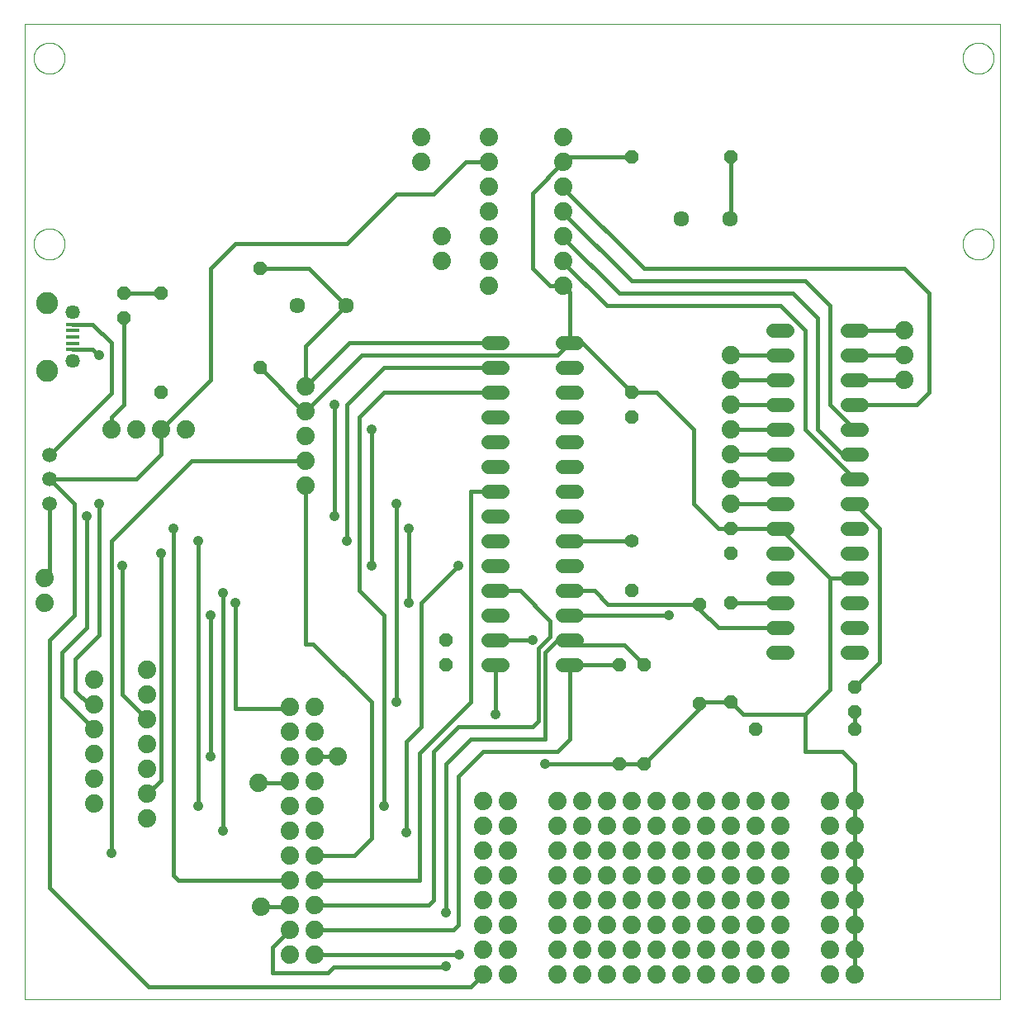
<source format=gtl>
G04 EAGLE Gerber RS-274X export*
G75*
%MOMM*%
%FSLAX34Y34*%
%LPD*%
%INTop Copper*%
%IPPOS*%
%AMOC8*
5,1,8,0,0,1.08239X$1,22.5*%
G01*
%ADD10C,0.000000*%
%ADD11C,1.879600*%
%ADD12P,1.539592X8X292.500000*%
%ADD13C,1.422400*%
%ADD14P,1.539592X8X112.500000*%
%ADD15P,1.539592X8X22.500000*%
%ADD16P,1.539592X8X202.500000*%
%ADD17R,1.350000X0.400000*%
%ADD18C,1.459600*%
%ADD19C,2.250000*%
%ADD20C,1.609600*%
%ADD21C,1.509600*%
%ADD22C,1.422400*%
%ADD23C,0.406400*%
%ADD24C,1.058000*%


D10*
X0Y0D02*
X1000000Y0D01*
X1000000Y1000000D01*
X0Y1000000D01*
X0Y0D01*
X9525Y965200D02*
X9530Y965590D01*
X9544Y965979D01*
X9568Y966368D01*
X9601Y966756D01*
X9644Y967143D01*
X9697Y967529D01*
X9759Y967914D01*
X9830Y968297D01*
X9911Y968678D01*
X10001Y969057D01*
X10100Y969434D01*
X10209Y969808D01*
X10326Y970180D01*
X10453Y970548D01*
X10589Y970913D01*
X10733Y971275D01*
X10887Y971633D01*
X11049Y971987D01*
X11220Y972338D01*
X11399Y972683D01*
X11587Y973025D01*
X11784Y973361D01*
X11988Y973693D01*
X12200Y974020D01*
X12421Y974341D01*
X12649Y974657D01*
X12885Y974967D01*
X13128Y975271D01*
X13379Y975569D01*
X13637Y975861D01*
X13903Y976146D01*
X14175Y976425D01*
X14454Y976697D01*
X14739Y976963D01*
X15031Y977221D01*
X15329Y977472D01*
X15633Y977715D01*
X15943Y977951D01*
X16259Y978179D01*
X16580Y978400D01*
X16907Y978612D01*
X17239Y978816D01*
X17575Y979013D01*
X17917Y979201D01*
X18262Y979380D01*
X18613Y979551D01*
X18967Y979713D01*
X19325Y979867D01*
X19687Y980011D01*
X20052Y980147D01*
X20420Y980274D01*
X20792Y980391D01*
X21166Y980500D01*
X21543Y980599D01*
X21922Y980689D01*
X22303Y980770D01*
X22686Y980841D01*
X23071Y980903D01*
X23457Y980956D01*
X23844Y980999D01*
X24232Y981032D01*
X24621Y981056D01*
X25010Y981070D01*
X25400Y981075D01*
X25790Y981070D01*
X26179Y981056D01*
X26568Y981032D01*
X26956Y980999D01*
X27343Y980956D01*
X27729Y980903D01*
X28114Y980841D01*
X28497Y980770D01*
X28878Y980689D01*
X29257Y980599D01*
X29634Y980500D01*
X30008Y980391D01*
X30380Y980274D01*
X30748Y980147D01*
X31113Y980011D01*
X31475Y979867D01*
X31833Y979713D01*
X32187Y979551D01*
X32538Y979380D01*
X32883Y979201D01*
X33225Y979013D01*
X33561Y978816D01*
X33893Y978612D01*
X34220Y978400D01*
X34541Y978179D01*
X34857Y977951D01*
X35167Y977715D01*
X35471Y977472D01*
X35769Y977221D01*
X36061Y976963D01*
X36346Y976697D01*
X36625Y976425D01*
X36897Y976146D01*
X37163Y975861D01*
X37421Y975569D01*
X37672Y975271D01*
X37915Y974967D01*
X38151Y974657D01*
X38379Y974341D01*
X38600Y974020D01*
X38812Y973693D01*
X39016Y973361D01*
X39213Y973025D01*
X39401Y972683D01*
X39580Y972338D01*
X39751Y971987D01*
X39913Y971633D01*
X40067Y971275D01*
X40211Y970913D01*
X40347Y970548D01*
X40474Y970180D01*
X40591Y969808D01*
X40700Y969434D01*
X40799Y969057D01*
X40889Y968678D01*
X40970Y968297D01*
X41041Y967914D01*
X41103Y967529D01*
X41156Y967143D01*
X41199Y966756D01*
X41232Y966368D01*
X41256Y965979D01*
X41270Y965590D01*
X41275Y965200D01*
X41270Y964810D01*
X41256Y964421D01*
X41232Y964032D01*
X41199Y963644D01*
X41156Y963257D01*
X41103Y962871D01*
X41041Y962486D01*
X40970Y962103D01*
X40889Y961722D01*
X40799Y961343D01*
X40700Y960966D01*
X40591Y960592D01*
X40474Y960220D01*
X40347Y959852D01*
X40211Y959487D01*
X40067Y959125D01*
X39913Y958767D01*
X39751Y958413D01*
X39580Y958062D01*
X39401Y957717D01*
X39213Y957375D01*
X39016Y957039D01*
X38812Y956707D01*
X38600Y956380D01*
X38379Y956059D01*
X38151Y955743D01*
X37915Y955433D01*
X37672Y955129D01*
X37421Y954831D01*
X37163Y954539D01*
X36897Y954254D01*
X36625Y953975D01*
X36346Y953703D01*
X36061Y953437D01*
X35769Y953179D01*
X35471Y952928D01*
X35167Y952685D01*
X34857Y952449D01*
X34541Y952221D01*
X34220Y952000D01*
X33893Y951788D01*
X33561Y951584D01*
X33225Y951387D01*
X32883Y951199D01*
X32538Y951020D01*
X32187Y950849D01*
X31833Y950687D01*
X31475Y950533D01*
X31113Y950389D01*
X30748Y950253D01*
X30380Y950126D01*
X30008Y950009D01*
X29634Y949900D01*
X29257Y949801D01*
X28878Y949711D01*
X28497Y949630D01*
X28114Y949559D01*
X27729Y949497D01*
X27343Y949444D01*
X26956Y949401D01*
X26568Y949368D01*
X26179Y949344D01*
X25790Y949330D01*
X25400Y949325D01*
X25010Y949330D01*
X24621Y949344D01*
X24232Y949368D01*
X23844Y949401D01*
X23457Y949444D01*
X23071Y949497D01*
X22686Y949559D01*
X22303Y949630D01*
X21922Y949711D01*
X21543Y949801D01*
X21166Y949900D01*
X20792Y950009D01*
X20420Y950126D01*
X20052Y950253D01*
X19687Y950389D01*
X19325Y950533D01*
X18967Y950687D01*
X18613Y950849D01*
X18262Y951020D01*
X17917Y951199D01*
X17575Y951387D01*
X17239Y951584D01*
X16907Y951788D01*
X16580Y952000D01*
X16259Y952221D01*
X15943Y952449D01*
X15633Y952685D01*
X15329Y952928D01*
X15031Y953179D01*
X14739Y953437D01*
X14454Y953703D01*
X14175Y953975D01*
X13903Y954254D01*
X13637Y954539D01*
X13379Y954831D01*
X13128Y955129D01*
X12885Y955433D01*
X12649Y955743D01*
X12421Y956059D01*
X12200Y956380D01*
X11988Y956707D01*
X11784Y957039D01*
X11587Y957375D01*
X11399Y957717D01*
X11220Y958062D01*
X11049Y958413D01*
X10887Y958767D01*
X10733Y959125D01*
X10589Y959487D01*
X10453Y959852D01*
X10326Y960220D01*
X10209Y960592D01*
X10100Y960966D01*
X10001Y961343D01*
X9911Y961722D01*
X9830Y962103D01*
X9759Y962486D01*
X9697Y962871D01*
X9644Y963257D01*
X9601Y963644D01*
X9568Y964032D01*
X9544Y964421D01*
X9530Y964810D01*
X9525Y965200D01*
X9525Y774700D02*
X9530Y775090D01*
X9544Y775479D01*
X9568Y775868D01*
X9601Y776256D01*
X9644Y776643D01*
X9697Y777029D01*
X9759Y777414D01*
X9830Y777797D01*
X9911Y778178D01*
X10001Y778557D01*
X10100Y778934D01*
X10209Y779308D01*
X10326Y779680D01*
X10453Y780048D01*
X10589Y780413D01*
X10733Y780775D01*
X10887Y781133D01*
X11049Y781487D01*
X11220Y781838D01*
X11399Y782183D01*
X11587Y782525D01*
X11784Y782861D01*
X11988Y783193D01*
X12200Y783520D01*
X12421Y783841D01*
X12649Y784157D01*
X12885Y784467D01*
X13128Y784771D01*
X13379Y785069D01*
X13637Y785361D01*
X13903Y785646D01*
X14175Y785925D01*
X14454Y786197D01*
X14739Y786463D01*
X15031Y786721D01*
X15329Y786972D01*
X15633Y787215D01*
X15943Y787451D01*
X16259Y787679D01*
X16580Y787900D01*
X16907Y788112D01*
X17239Y788316D01*
X17575Y788513D01*
X17917Y788701D01*
X18262Y788880D01*
X18613Y789051D01*
X18967Y789213D01*
X19325Y789367D01*
X19687Y789511D01*
X20052Y789647D01*
X20420Y789774D01*
X20792Y789891D01*
X21166Y790000D01*
X21543Y790099D01*
X21922Y790189D01*
X22303Y790270D01*
X22686Y790341D01*
X23071Y790403D01*
X23457Y790456D01*
X23844Y790499D01*
X24232Y790532D01*
X24621Y790556D01*
X25010Y790570D01*
X25400Y790575D01*
X25790Y790570D01*
X26179Y790556D01*
X26568Y790532D01*
X26956Y790499D01*
X27343Y790456D01*
X27729Y790403D01*
X28114Y790341D01*
X28497Y790270D01*
X28878Y790189D01*
X29257Y790099D01*
X29634Y790000D01*
X30008Y789891D01*
X30380Y789774D01*
X30748Y789647D01*
X31113Y789511D01*
X31475Y789367D01*
X31833Y789213D01*
X32187Y789051D01*
X32538Y788880D01*
X32883Y788701D01*
X33225Y788513D01*
X33561Y788316D01*
X33893Y788112D01*
X34220Y787900D01*
X34541Y787679D01*
X34857Y787451D01*
X35167Y787215D01*
X35471Y786972D01*
X35769Y786721D01*
X36061Y786463D01*
X36346Y786197D01*
X36625Y785925D01*
X36897Y785646D01*
X37163Y785361D01*
X37421Y785069D01*
X37672Y784771D01*
X37915Y784467D01*
X38151Y784157D01*
X38379Y783841D01*
X38600Y783520D01*
X38812Y783193D01*
X39016Y782861D01*
X39213Y782525D01*
X39401Y782183D01*
X39580Y781838D01*
X39751Y781487D01*
X39913Y781133D01*
X40067Y780775D01*
X40211Y780413D01*
X40347Y780048D01*
X40474Y779680D01*
X40591Y779308D01*
X40700Y778934D01*
X40799Y778557D01*
X40889Y778178D01*
X40970Y777797D01*
X41041Y777414D01*
X41103Y777029D01*
X41156Y776643D01*
X41199Y776256D01*
X41232Y775868D01*
X41256Y775479D01*
X41270Y775090D01*
X41275Y774700D01*
X41270Y774310D01*
X41256Y773921D01*
X41232Y773532D01*
X41199Y773144D01*
X41156Y772757D01*
X41103Y772371D01*
X41041Y771986D01*
X40970Y771603D01*
X40889Y771222D01*
X40799Y770843D01*
X40700Y770466D01*
X40591Y770092D01*
X40474Y769720D01*
X40347Y769352D01*
X40211Y768987D01*
X40067Y768625D01*
X39913Y768267D01*
X39751Y767913D01*
X39580Y767562D01*
X39401Y767217D01*
X39213Y766875D01*
X39016Y766539D01*
X38812Y766207D01*
X38600Y765880D01*
X38379Y765559D01*
X38151Y765243D01*
X37915Y764933D01*
X37672Y764629D01*
X37421Y764331D01*
X37163Y764039D01*
X36897Y763754D01*
X36625Y763475D01*
X36346Y763203D01*
X36061Y762937D01*
X35769Y762679D01*
X35471Y762428D01*
X35167Y762185D01*
X34857Y761949D01*
X34541Y761721D01*
X34220Y761500D01*
X33893Y761288D01*
X33561Y761084D01*
X33225Y760887D01*
X32883Y760699D01*
X32538Y760520D01*
X32187Y760349D01*
X31833Y760187D01*
X31475Y760033D01*
X31113Y759889D01*
X30748Y759753D01*
X30380Y759626D01*
X30008Y759509D01*
X29634Y759400D01*
X29257Y759301D01*
X28878Y759211D01*
X28497Y759130D01*
X28114Y759059D01*
X27729Y758997D01*
X27343Y758944D01*
X26956Y758901D01*
X26568Y758868D01*
X26179Y758844D01*
X25790Y758830D01*
X25400Y758825D01*
X25010Y758830D01*
X24621Y758844D01*
X24232Y758868D01*
X23844Y758901D01*
X23457Y758944D01*
X23071Y758997D01*
X22686Y759059D01*
X22303Y759130D01*
X21922Y759211D01*
X21543Y759301D01*
X21166Y759400D01*
X20792Y759509D01*
X20420Y759626D01*
X20052Y759753D01*
X19687Y759889D01*
X19325Y760033D01*
X18967Y760187D01*
X18613Y760349D01*
X18262Y760520D01*
X17917Y760699D01*
X17575Y760887D01*
X17239Y761084D01*
X16907Y761288D01*
X16580Y761500D01*
X16259Y761721D01*
X15943Y761949D01*
X15633Y762185D01*
X15329Y762428D01*
X15031Y762679D01*
X14739Y762937D01*
X14454Y763203D01*
X14175Y763475D01*
X13903Y763754D01*
X13637Y764039D01*
X13379Y764331D01*
X13128Y764629D01*
X12885Y764933D01*
X12649Y765243D01*
X12421Y765559D01*
X12200Y765880D01*
X11988Y766207D01*
X11784Y766539D01*
X11587Y766875D01*
X11399Y767217D01*
X11220Y767562D01*
X11049Y767913D01*
X10887Y768267D01*
X10733Y768625D01*
X10589Y768987D01*
X10453Y769352D01*
X10326Y769720D01*
X10209Y770092D01*
X10100Y770466D01*
X10001Y770843D01*
X9911Y771222D01*
X9830Y771603D01*
X9759Y771986D01*
X9697Y772371D01*
X9644Y772757D01*
X9601Y773144D01*
X9568Y773532D01*
X9544Y773921D01*
X9530Y774310D01*
X9525Y774700D01*
X962025Y965200D02*
X962030Y965590D01*
X962044Y965979D01*
X962068Y966368D01*
X962101Y966756D01*
X962144Y967143D01*
X962197Y967529D01*
X962259Y967914D01*
X962330Y968297D01*
X962411Y968678D01*
X962501Y969057D01*
X962600Y969434D01*
X962709Y969808D01*
X962826Y970180D01*
X962953Y970548D01*
X963089Y970913D01*
X963233Y971275D01*
X963387Y971633D01*
X963549Y971987D01*
X963720Y972338D01*
X963899Y972683D01*
X964087Y973025D01*
X964284Y973361D01*
X964488Y973693D01*
X964700Y974020D01*
X964921Y974341D01*
X965149Y974657D01*
X965385Y974967D01*
X965628Y975271D01*
X965879Y975569D01*
X966137Y975861D01*
X966403Y976146D01*
X966675Y976425D01*
X966954Y976697D01*
X967239Y976963D01*
X967531Y977221D01*
X967829Y977472D01*
X968133Y977715D01*
X968443Y977951D01*
X968759Y978179D01*
X969080Y978400D01*
X969407Y978612D01*
X969739Y978816D01*
X970075Y979013D01*
X970417Y979201D01*
X970762Y979380D01*
X971113Y979551D01*
X971467Y979713D01*
X971825Y979867D01*
X972187Y980011D01*
X972552Y980147D01*
X972920Y980274D01*
X973292Y980391D01*
X973666Y980500D01*
X974043Y980599D01*
X974422Y980689D01*
X974803Y980770D01*
X975186Y980841D01*
X975571Y980903D01*
X975957Y980956D01*
X976344Y980999D01*
X976732Y981032D01*
X977121Y981056D01*
X977510Y981070D01*
X977900Y981075D01*
X978290Y981070D01*
X978679Y981056D01*
X979068Y981032D01*
X979456Y980999D01*
X979843Y980956D01*
X980229Y980903D01*
X980614Y980841D01*
X980997Y980770D01*
X981378Y980689D01*
X981757Y980599D01*
X982134Y980500D01*
X982508Y980391D01*
X982880Y980274D01*
X983248Y980147D01*
X983613Y980011D01*
X983975Y979867D01*
X984333Y979713D01*
X984687Y979551D01*
X985038Y979380D01*
X985383Y979201D01*
X985725Y979013D01*
X986061Y978816D01*
X986393Y978612D01*
X986720Y978400D01*
X987041Y978179D01*
X987357Y977951D01*
X987667Y977715D01*
X987971Y977472D01*
X988269Y977221D01*
X988561Y976963D01*
X988846Y976697D01*
X989125Y976425D01*
X989397Y976146D01*
X989663Y975861D01*
X989921Y975569D01*
X990172Y975271D01*
X990415Y974967D01*
X990651Y974657D01*
X990879Y974341D01*
X991100Y974020D01*
X991312Y973693D01*
X991516Y973361D01*
X991713Y973025D01*
X991901Y972683D01*
X992080Y972338D01*
X992251Y971987D01*
X992413Y971633D01*
X992567Y971275D01*
X992711Y970913D01*
X992847Y970548D01*
X992974Y970180D01*
X993091Y969808D01*
X993200Y969434D01*
X993299Y969057D01*
X993389Y968678D01*
X993470Y968297D01*
X993541Y967914D01*
X993603Y967529D01*
X993656Y967143D01*
X993699Y966756D01*
X993732Y966368D01*
X993756Y965979D01*
X993770Y965590D01*
X993775Y965200D01*
X993770Y964810D01*
X993756Y964421D01*
X993732Y964032D01*
X993699Y963644D01*
X993656Y963257D01*
X993603Y962871D01*
X993541Y962486D01*
X993470Y962103D01*
X993389Y961722D01*
X993299Y961343D01*
X993200Y960966D01*
X993091Y960592D01*
X992974Y960220D01*
X992847Y959852D01*
X992711Y959487D01*
X992567Y959125D01*
X992413Y958767D01*
X992251Y958413D01*
X992080Y958062D01*
X991901Y957717D01*
X991713Y957375D01*
X991516Y957039D01*
X991312Y956707D01*
X991100Y956380D01*
X990879Y956059D01*
X990651Y955743D01*
X990415Y955433D01*
X990172Y955129D01*
X989921Y954831D01*
X989663Y954539D01*
X989397Y954254D01*
X989125Y953975D01*
X988846Y953703D01*
X988561Y953437D01*
X988269Y953179D01*
X987971Y952928D01*
X987667Y952685D01*
X987357Y952449D01*
X987041Y952221D01*
X986720Y952000D01*
X986393Y951788D01*
X986061Y951584D01*
X985725Y951387D01*
X985383Y951199D01*
X985038Y951020D01*
X984687Y950849D01*
X984333Y950687D01*
X983975Y950533D01*
X983613Y950389D01*
X983248Y950253D01*
X982880Y950126D01*
X982508Y950009D01*
X982134Y949900D01*
X981757Y949801D01*
X981378Y949711D01*
X980997Y949630D01*
X980614Y949559D01*
X980229Y949497D01*
X979843Y949444D01*
X979456Y949401D01*
X979068Y949368D01*
X978679Y949344D01*
X978290Y949330D01*
X977900Y949325D01*
X977510Y949330D01*
X977121Y949344D01*
X976732Y949368D01*
X976344Y949401D01*
X975957Y949444D01*
X975571Y949497D01*
X975186Y949559D01*
X974803Y949630D01*
X974422Y949711D01*
X974043Y949801D01*
X973666Y949900D01*
X973292Y950009D01*
X972920Y950126D01*
X972552Y950253D01*
X972187Y950389D01*
X971825Y950533D01*
X971467Y950687D01*
X971113Y950849D01*
X970762Y951020D01*
X970417Y951199D01*
X970075Y951387D01*
X969739Y951584D01*
X969407Y951788D01*
X969080Y952000D01*
X968759Y952221D01*
X968443Y952449D01*
X968133Y952685D01*
X967829Y952928D01*
X967531Y953179D01*
X967239Y953437D01*
X966954Y953703D01*
X966675Y953975D01*
X966403Y954254D01*
X966137Y954539D01*
X965879Y954831D01*
X965628Y955129D01*
X965385Y955433D01*
X965149Y955743D01*
X964921Y956059D01*
X964700Y956380D01*
X964488Y956707D01*
X964284Y957039D01*
X964087Y957375D01*
X963899Y957717D01*
X963720Y958062D01*
X963549Y958413D01*
X963387Y958767D01*
X963233Y959125D01*
X963089Y959487D01*
X962953Y959852D01*
X962826Y960220D01*
X962709Y960592D01*
X962600Y960966D01*
X962501Y961343D01*
X962411Y961722D01*
X962330Y962103D01*
X962259Y962486D01*
X962197Y962871D01*
X962144Y963257D01*
X962101Y963644D01*
X962068Y964032D01*
X962044Y964421D01*
X962030Y964810D01*
X962025Y965200D01*
X962025Y774700D02*
X962030Y775090D01*
X962044Y775479D01*
X962068Y775868D01*
X962101Y776256D01*
X962144Y776643D01*
X962197Y777029D01*
X962259Y777414D01*
X962330Y777797D01*
X962411Y778178D01*
X962501Y778557D01*
X962600Y778934D01*
X962709Y779308D01*
X962826Y779680D01*
X962953Y780048D01*
X963089Y780413D01*
X963233Y780775D01*
X963387Y781133D01*
X963549Y781487D01*
X963720Y781838D01*
X963899Y782183D01*
X964087Y782525D01*
X964284Y782861D01*
X964488Y783193D01*
X964700Y783520D01*
X964921Y783841D01*
X965149Y784157D01*
X965385Y784467D01*
X965628Y784771D01*
X965879Y785069D01*
X966137Y785361D01*
X966403Y785646D01*
X966675Y785925D01*
X966954Y786197D01*
X967239Y786463D01*
X967531Y786721D01*
X967829Y786972D01*
X968133Y787215D01*
X968443Y787451D01*
X968759Y787679D01*
X969080Y787900D01*
X969407Y788112D01*
X969739Y788316D01*
X970075Y788513D01*
X970417Y788701D01*
X970762Y788880D01*
X971113Y789051D01*
X971467Y789213D01*
X971825Y789367D01*
X972187Y789511D01*
X972552Y789647D01*
X972920Y789774D01*
X973292Y789891D01*
X973666Y790000D01*
X974043Y790099D01*
X974422Y790189D01*
X974803Y790270D01*
X975186Y790341D01*
X975571Y790403D01*
X975957Y790456D01*
X976344Y790499D01*
X976732Y790532D01*
X977121Y790556D01*
X977510Y790570D01*
X977900Y790575D01*
X978290Y790570D01*
X978679Y790556D01*
X979068Y790532D01*
X979456Y790499D01*
X979843Y790456D01*
X980229Y790403D01*
X980614Y790341D01*
X980997Y790270D01*
X981378Y790189D01*
X981757Y790099D01*
X982134Y790000D01*
X982508Y789891D01*
X982880Y789774D01*
X983248Y789647D01*
X983613Y789511D01*
X983975Y789367D01*
X984333Y789213D01*
X984687Y789051D01*
X985038Y788880D01*
X985383Y788701D01*
X985725Y788513D01*
X986061Y788316D01*
X986393Y788112D01*
X986720Y787900D01*
X987041Y787679D01*
X987357Y787451D01*
X987667Y787215D01*
X987971Y786972D01*
X988269Y786721D01*
X988561Y786463D01*
X988846Y786197D01*
X989125Y785925D01*
X989397Y785646D01*
X989663Y785361D01*
X989921Y785069D01*
X990172Y784771D01*
X990415Y784467D01*
X990651Y784157D01*
X990879Y783841D01*
X991100Y783520D01*
X991312Y783193D01*
X991516Y782861D01*
X991713Y782525D01*
X991901Y782183D01*
X992080Y781838D01*
X992251Y781487D01*
X992413Y781133D01*
X992567Y780775D01*
X992711Y780413D01*
X992847Y780048D01*
X992974Y779680D01*
X993091Y779308D01*
X993200Y778934D01*
X993299Y778557D01*
X993389Y778178D01*
X993470Y777797D01*
X993541Y777414D01*
X993603Y777029D01*
X993656Y776643D01*
X993699Y776256D01*
X993732Y775868D01*
X993756Y775479D01*
X993770Y775090D01*
X993775Y774700D01*
X993770Y774310D01*
X993756Y773921D01*
X993732Y773532D01*
X993699Y773144D01*
X993656Y772757D01*
X993603Y772371D01*
X993541Y771986D01*
X993470Y771603D01*
X993389Y771222D01*
X993299Y770843D01*
X993200Y770466D01*
X993091Y770092D01*
X992974Y769720D01*
X992847Y769352D01*
X992711Y768987D01*
X992567Y768625D01*
X992413Y768267D01*
X992251Y767913D01*
X992080Y767562D01*
X991901Y767217D01*
X991713Y766875D01*
X991516Y766539D01*
X991312Y766207D01*
X991100Y765880D01*
X990879Y765559D01*
X990651Y765243D01*
X990415Y764933D01*
X990172Y764629D01*
X989921Y764331D01*
X989663Y764039D01*
X989397Y763754D01*
X989125Y763475D01*
X988846Y763203D01*
X988561Y762937D01*
X988269Y762679D01*
X987971Y762428D01*
X987667Y762185D01*
X987357Y761949D01*
X987041Y761721D01*
X986720Y761500D01*
X986393Y761288D01*
X986061Y761084D01*
X985725Y760887D01*
X985383Y760699D01*
X985038Y760520D01*
X984687Y760349D01*
X984333Y760187D01*
X983975Y760033D01*
X983613Y759889D01*
X983248Y759753D01*
X982880Y759626D01*
X982508Y759509D01*
X982134Y759400D01*
X981757Y759301D01*
X981378Y759211D01*
X980997Y759130D01*
X980614Y759059D01*
X980229Y758997D01*
X979843Y758944D01*
X979456Y758901D01*
X979068Y758868D01*
X978679Y758844D01*
X978290Y758830D01*
X977900Y758825D01*
X977510Y758830D01*
X977121Y758844D01*
X976732Y758868D01*
X976344Y758901D01*
X975957Y758944D01*
X975571Y758997D01*
X975186Y759059D01*
X974803Y759130D01*
X974422Y759211D01*
X974043Y759301D01*
X973666Y759400D01*
X973292Y759509D01*
X972920Y759626D01*
X972552Y759753D01*
X972187Y759889D01*
X971825Y760033D01*
X971467Y760187D01*
X971113Y760349D01*
X970762Y760520D01*
X970417Y760699D01*
X970075Y760887D01*
X969739Y761084D01*
X969407Y761288D01*
X969080Y761500D01*
X968759Y761721D01*
X968443Y761949D01*
X968133Y762185D01*
X967829Y762428D01*
X967531Y762679D01*
X967239Y762937D01*
X966954Y763203D01*
X966675Y763475D01*
X966403Y763754D01*
X966137Y764039D01*
X965879Y764331D01*
X965628Y764629D01*
X965385Y764933D01*
X965149Y765243D01*
X964921Y765559D01*
X964700Y765880D01*
X964488Y766207D01*
X964284Y766539D01*
X964087Y766875D01*
X963899Y767217D01*
X963720Y767562D01*
X963549Y767913D01*
X963387Y768267D01*
X963233Y768625D01*
X963089Y768987D01*
X962953Y769352D01*
X962826Y769720D01*
X962709Y770092D01*
X962600Y770466D01*
X962501Y770843D01*
X962411Y771222D01*
X962330Y771603D01*
X962259Y771986D01*
X962197Y772371D01*
X962144Y772757D01*
X962101Y773144D01*
X962068Y773532D01*
X962044Y773921D01*
X962030Y774310D01*
X962025Y774700D01*
D11*
X20320Y406400D03*
X20320Y431800D03*
D12*
X622300Y622300D03*
X622300Y596900D03*
X431800Y368300D03*
X431800Y342900D03*
D13*
X622300Y469900D03*
D12*
X622300Y419100D03*
X723900Y482600D03*
X723900Y457200D03*
D11*
X406400Y858520D03*
X406400Y883920D03*
X723900Y558800D03*
X723900Y533400D03*
X723900Y508000D03*
X901700Y685800D03*
X901700Y660400D03*
X901700Y635000D03*
X427990Y756920D03*
X427990Y782320D03*
X242570Y95250D03*
X240030Y222250D03*
X321310Y248920D03*
X723900Y660400D03*
X723900Y635000D03*
X723900Y609600D03*
X723900Y584200D03*
D14*
X101600Y698500D03*
X101600Y723900D03*
D12*
X850900Y320040D03*
X850900Y294640D03*
D14*
X139700Y622300D03*
X139700Y723900D03*
D12*
X241300Y749300D03*
X241300Y647700D03*
X723900Y406400D03*
X723900Y304800D03*
X692150Y405130D03*
X692150Y303530D03*
D15*
X749300Y276860D03*
X850900Y276860D03*
D16*
X723900Y863600D03*
X622300Y863600D03*
D12*
X609600Y342900D03*
X609600Y241300D03*
X635000Y342900D03*
X635000Y241300D03*
D17*
X49860Y692450D03*
X49860Y685950D03*
X49860Y679450D03*
X49860Y672950D03*
X49860Y666450D03*
D18*
X49860Y704450D03*
X49860Y654450D03*
D19*
X22860Y714450D03*
X22860Y644450D03*
D20*
X723500Y800100D03*
X673500Y800100D03*
D11*
X476250Y883920D03*
X476250Y858520D03*
X476250Y833120D03*
X476250Y807720D03*
X476250Y782320D03*
X476250Y756920D03*
X476250Y731520D03*
X552450Y883920D03*
X552450Y858520D03*
X552450Y833120D03*
X552450Y807720D03*
X552450Y782320D03*
X552450Y756920D03*
X552450Y731520D03*
X297180Y45720D03*
X297180Y71120D03*
X297180Y96520D03*
X297180Y121920D03*
X297180Y147320D03*
X297180Y172720D03*
X297180Y198120D03*
X297180Y223520D03*
X297180Y248920D03*
X297180Y274320D03*
X297180Y299720D03*
X271780Y299720D03*
X271780Y274320D03*
X271780Y248920D03*
X271780Y223520D03*
X271780Y198120D03*
X271780Y172720D03*
X271780Y147320D03*
X271780Y121920D03*
X271780Y96520D03*
X271780Y71120D03*
X271780Y45720D03*
D21*
X25400Y558400D03*
X25400Y533400D03*
X25400Y508400D03*
D11*
X88900Y584200D03*
X114300Y584200D03*
X139700Y584200D03*
X165100Y584200D03*
D22*
X475488Y673100D02*
X489712Y673100D01*
X489712Y647700D02*
X475488Y647700D01*
X475488Y622300D02*
X489712Y622300D01*
X489712Y596900D02*
X475488Y596900D01*
X475488Y571500D02*
X489712Y571500D01*
X489712Y546100D02*
X475488Y546100D01*
X475488Y520700D02*
X489712Y520700D01*
X489712Y495300D02*
X475488Y495300D01*
X475488Y469900D02*
X489712Y469900D01*
X489712Y444500D02*
X475488Y444500D01*
X475488Y419100D02*
X489712Y419100D01*
X489712Y393700D02*
X475488Y393700D01*
X475488Y368300D02*
X489712Y368300D01*
X489712Y342900D02*
X475488Y342900D01*
X551688Y342900D02*
X565912Y342900D01*
X565912Y368300D02*
X551688Y368300D01*
X551688Y393700D02*
X565912Y393700D01*
X565912Y419100D02*
X551688Y419100D01*
X551688Y444500D02*
X565912Y444500D01*
X565912Y469900D02*
X551688Y469900D01*
X551688Y495300D02*
X565912Y495300D01*
X565912Y520700D02*
X551688Y520700D01*
X551688Y546100D02*
X565912Y546100D01*
X565912Y571500D02*
X551688Y571500D01*
X551688Y596900D02*
X565912Y596900D01*
X565912Y622300D02*
X551688Y622300D01*
X551688Y647700D02*
X565912Y647700D01*
X565912Y673100D02*
X551688Y673100D01*
D11*
X288290Y628650D03*
X288290Y603250D03*
X288290Y577850D03*
X288290Y552450D03*
X288290Y527050D03*
D20*
X329800Y711200D03*
X279800Y711200D03*
D11*
X71120Y327660D03*
X71120Y302260D03*
X71120Y276860D03*
X71120Y251460D03*
X71120Y226060D03*
X71120Y200660D03*
X125730Y337820D03*
X125730Y312420D03*
X125730Y287020D03*
X125730Y261620D03*
X125730Y236220D03*
X125730Y210820D03*
X125730Y185420D03*
D22*
X767588Y685800D02*
X781812Y685800D01*
X781812Y660400D02*
X767588Y660400D01*
X767588Y635000D02*
X781812Y635000D01*
X781812Y609600D02*
X767588Y609600D01*
X767588Y584200D02*
X781812Y584200D01*
X781812Y558800D02*
X767588Y558800D01*
X767588Y533400D02*
X781812Y533400D01*
X781812Y508000D02*
X767588Y508000D01*
X767588Y482600D02*
X781812Y482600D01*
X781812Y457200D02*
X767588Y457200D01*
X767588Y431800D02*
X781812Y431800D01*
X781812Y406400D02*
X767588Y406400D01*
X767588Y381000D02*
X781812Y381000D01*
X781812Y355600D02*
X767588Y355600D01*
X843788Y355600D02*
X858012Y355600D01*
X858012Y381000D02*
X843788Y381000D01*
X843788Y406400D02*
X858012Y406400D01*
X858012Y431800D02*
X843788Y431800D01*
X843788Y457200D02*
X858012Y457200D01*
X858012Y482600D02*
X843788Y482600D01*
X843788Y508000D02*
X858012Y508000D01*
X858012Y533400D02*
X843788Y533400D01*
X843788Y558800D02*
X858012Y558800D01*
X858012Y584200D02*
X843788Y584200D01*
X843788Y609600D02*
X858012Y609600D01*
X858012Y635000D02*
X843788Y635000D01*
X843788Y660400D02*
X858012Y660400D01*
X858012Y685800D02*
X843788Y685800D01*
D11*
X546100Y25400D03*
X546100Y50800D03*
X546100Y76200D03*
X546100Y101600D03*
X546100Y127000D03*
X546100Y152400D03*
X546100Y177800D03*
X546100Y203200D03*
X571500Y25400D03*
X571500Y50800D03*
X571500Y76200D03*
X571500Y101600D03*
X571500Y127000D03*
X571500Y152400D03*
X571500Y177800D03*
X571500Y203200D03*
X596900Y25400D03*
X596900Y50800D03*
X596900Y76200D03*
X596900Y101600D03*
X596900Y127000D03*
X596900Y152400D03*
X596900Y177800D03*
X596900Y203200D03*
X622300Y25400D03*
X622300Y50800D03*
X622300Y76200D03*
X622300Y101600D03*
X622300Y127000D03*
X622300Y152400D03*
X622300Y177800D03*
X622300Y203200D03*
X647700Y25400D03*
X647700Y50800D03*
X647700Y76200D03*
X647700Y101600D03*
X647700Y127000D03*
X647700Y152400D03*
X647700Y177800D03*
X647700Y203200D03*
X673100Y25400D03*
X673100Y50800D03*
X673100Y76200D03*
X673100Y101600D03*
X673100Y127000D03*
X673100Y152400D03*
X673100Y177800D03*
X673100Y203200D03*
X698500Y25400D03*
X698500Y50800D03*
X698500Y76200D03*
X698500Y101600D03*
X698500Y127000D03*
X698500Y152400D03*
X698500Y177800D03*
X698500Y203200D03*
X723900Y25400D03*
X723900Y50800D03*
X723900Y76200D03*
X723900Y101600D03*
X723900Y127000D03*
X723900Y152400D03*
X723900Y177800D03*
X723900Y203200D03*
X749300Y25400D03*
X749300Y50800D03*
X749300Y76200D03*
X749300Y101600D03*
X749300Y127000D03*
X749300Y152400D03*
X749300Y177800D03*
X749300Y203200D03*
X774700Y25400D03*
X774700Y50800D03*
X774700Y76200D03*
X774700Y101600D03*
X774700Y127000D03*
X774700Y152400D03*
X774700Y177800D03*
X774700Y203200D03*
X850900Y25400D03*
X850900Y50800D03*
X850900Y76200D03*
X850900Y101600D03*
X850900Y127000D03*
X850900Y152400D03*
X850900Y177800D03*
X850900Y203200D03*
X495300Y25400D03*
X495300Y50800D03*
X495300Y76200D03*
X495300Y101600D03*
X495300Y127000D03*
X495300Y152400D03*
X495300Y177800D03*
X495300Y203200D03*
X825500Y25400D03*
X825500Y50800D03*
X825500Y76200D03*
X825500Y101600D03*
X825500Y127000D03*
X825500Y152400D03*
X825500Y177800D03*
X825500Y203200D03*
X469900Y25400D03*
X469900Y50800D03*
X469900Y76200D03*
X469900Y101600D03*
X469900Y127000D03*
X469900Y152400D03*
X469900Y177800D03*
X469900Y203200D03*
D23*
X70150Y666450D02*
X49860Y666450D01*
X70150Y666450D02*
X76200Y660400D01*
D24*
X76200Y660400D03*
D23*
X69550Y692450D02*
X49860Y692450D01*
X88900Y621900D02*
X25400Y558400D01*
X88900Y673100D02*
X69550Y692450D01*
X88900Y673100D02*
X88900Y621900D01*
X25400Y436880D02*
X20320Y431800D01*
X25400Y436880D02*
X25400Y508400D01*
X25400Y533400D02*
X114300Y533400D01*
X139700Y558800D01*
X139700Y584200D01*
X190500Y635000D02*
X190500Y749300D01*
X215900Y774700D01*
X190500Y635000D02*
X139700Y584200D01*
X215900Y774700D02*
X330200Y774700D01*
X381000Y825500D02*
X419100Y825500D01*
X452120Y858520D02*
X476250Y858520D01*
X381000Y825500D02*
X330200Y774700D01*
X419100Y825500D02*
X452120Y858520D01*
X25400Y368300D02*
X25400Y114300D01*
X457200Y12700D02*
X469900Y25400D01*
X457200Y12700D02*
X127000Y12700D01*
X25400Y114300D01*
X25400Y368300D02*
X50800Y393700D01*
X50800Y508000D01*
X25400Y533400D01*
X285750Y603250D02*
X288290Y603250D01*
X285750Y603250D02*
X241300Y647700D01*
X288290Y603250D02*
X345440Y660400D01*
X546100Y660400D01*
X558800Y673100D01*
X571500Y673100D02*
X622300Y622300D01*
X571500Y673100D02*
X558800Y673100D01*
X558800Y725170D01*
X552450Y731520D01*
X538480Y731520D01*
X520700Y749300D01*
X520700Y826770D01*
X552450Y858520D01*
X557530Y863600D01*
X622300Y863600D01*
X622300Y622300D02*
X647700Y622300D01*
X685800Y584200D01*
X685800Y508000D02*
X711200Y482600D01*
X723900Y482600D01*
X685800Y508000D02*
X685800Y584200D01*
X723900Y482600D02*
X774700Y482600D01*
X825500Y431800D01*
X850900Y431800D01*
X723900Y304800D02*
X736600Y292100D01*
X800100Y292100D01*
X825500Y317500D01*
X825500Y431800D01*
X693420Y304800D02*
X692150Y303530D01*
X693420Y304800D02*
X723900Y304800D01*
X850900Y241300D02*
X850900Y203200D01*
X850900Y177800D01*
X850900Y152400D01*
X850900Y127000D01*
X850900Y101600D01*
X850900Y76200D01*
X850900Y50800D01*
X850900Y25400D01*
X692150Y298450D02*
X692150Y303530D01*
X692150Y298450D02*
X635000Y241300D01*
X609600Y241300D01*
X533400Y241300D01*
D24*
X533400Y241300D03*
X520700Y368300D03*
D23*
X482600Y368300D01*
X88900Y584200D02*
X88900Y596900D01*
X101600Y609600D01*
X101600Y698500D01*
X838200Y254000D02*
X850900Y241300D01*
X838200Y254000D02*
X800100Y254000D01*
X800100Y292100D01*
D24*
X445770Y45720D03*
D23*
X297180Y45720D01*
X139700Y723900D02*
X101600Y723900D01*
X288290Y628650D02*
X332740Y673100D01*
X482600Y673100D01*
X329800Y711200D02*
X288290Y669690D01*
X288290Y628650D01*
X329800Y711200D02*
X291700Y749300D01*
X241300Y749300D01*
X558800Y469900D02*
X622300Y469900D01*
D24*
X317500Y609600D03*
D23*
X317500Y495300D01*
D24*
X317500Y495300D03*
X63500Y495300D03*
D23*
X63500Y381000D01*
X38100Y355600D01*
X38100Y309880D01*
X71120Y276860D01*
D24*
X76200Y508000D03*
D23*
X76200Y373380D01*
X52070Y349250D01*
X52070Y316230D01*
X66040Y302260D01*
X71120Y302260D01*
D24*
X355600Y584200D03*
D23*
X355600Y444500D01*
D24*
X355600Y444500D03*
X100330Y444500D03*
D23*
X100076Y444246D02*
X100076Y312674D01*
X125730Y287020D01*
X100076Y444246D02*
X100330Y444500D01*
D24*
X139700Y457200D03*
D23*
X139700Y224790D01*
X125730Y210820D01*
X723900Y406400D02*
X774700Y406400D01*
D24*
X660400Y393700D03*
D23*
X558800Y393700D01*
X711200Y381000D02*
X774700Y381000D01*
X711200Y381000D02*
X692150Y400050D01*
X692150Y405130D01*
X584200Y419100D02*
X558800Y419100D01*
X584200Y419100D02*
X598170Y405130D01*
X692150Y405130D01*
X876300Y345440D02*
X876300Y482600D01*
X876300Y345440D02*
X850900Y320040D01*
X876300Y482600D02*
X850900Y508000D01*
X723900Y800500D02*
X723900Y863600D01*
X723900Y800500D02*
X723500Y800100D01*
X850900Y294640D02*
X850900Y276860D01*
X850900Y609600D02*
X914400Y609600D01*
X927100Y622300D01*
X927100Y723900D01*
X901700Y749300D01*
X635000Y749300D02*
X552450Y831850D01*
X552450Y833120D01*
X635000Y749300D02*
X901700Y749300D01*
X825500Y609600D02*
X850900Y584200D01*
X825500Y609600D02*
X825500Y711200D01*
X800100Y736600D01*
X622300Y736600D01*
X552450Y806450D01*
X552450Y807720D01*
X838200Y558800D02*
X850900Y558800D01*
X838200Y558800D02*
X812800Y584200D01*
X812800Y698500D01*
X787400Y723900D01*
X609600Y723900D01*
X552450Y781050D01*
X552450Y782320D01*
X800100Y584200D02*
X850900Y533400D01*
X800100Y584200D02*
X800100Y685800D01*
X774700Y711200D01*
X596900Y711200D01*
X552450Y755650D02*
X552450Y756920D01*
X552450Y755650D02*
X596900Y711200D01*
X558800Y368300D02*
X563880Y363220D01*
X614680Y363220D01*
X635000Y342900D01*
X558800Y368300D02*
X546100Y368300D01*
X533400Y355600D01*
X457200Y266700D02*
X431800Y241300D01*
X431800Y88900D01*
X533400Y266700D02*
X533400Y355600D01*
X533400Y266700D02*
X457200Y266700D01*
D24*
X431800Y88900D03*
X431800Y34290D03*
D23*
X430530Y33020D01*
X316770Y33020D01*
X310928Y27178D01*
X254000Y27178D01*
X254000Y53340D01*
X271780Y71120D01*
X558800Y342900D02*
X609600Y342900D01*
X558800Y342900D02*
X558800Y266700D01*
X546100Y254000D01*
X469900Y254000D01*
X444500Y228600D01*
X444500Y76200D02*
X439420Y71120D01*
X297180Y71120D01*
X444500Y76200D02*
X444500Y228600D01*
X482600Y647700D02*
X368300Y647700D01*
X330200Y609600D01*
D24*
X330200Y469900D03*
X177800Y469900D03*
D23*
X177800Y198120D01*
X330200Y469900D02*
X330200Y609600D01*
D24*
X177800Y198120D03*
X203200Y416560D03*
D23*
X203200Y172720D01*
D24*
X203200Y172720D03*
X152400Y482600D03*
D23*
X152400Y127000D02*
X157480Y121920D01*
X271780Y121920D01*
X152400Y127000D02*
X152400Y482600D01*
X457200Y520700D02*
X482600Y520700D01*
X405130Y121920D02*
X297180Y121920D01*
X457200Y304800D02*
X457200Y520700D01*
X405130Y252730D02*
X405130Y121920D01*
X405130Y252730D02*
X457200Y304800D01*
D24*
X444500Y444500D03*
D23*
X406400Y406400D01*
X391160Y264160D02*
X391160Y171450D01*
D24*
X391160Y171450D03*
D23*
X406400Y279400D02*
X406400Y406400D01*
X406400Y279400D02*
X391160Y264160D01*
X368300Y622300D02*
X482600Y622300D01*
X368300Y622300D02*
X342900Y596900D01*
D24*
X368300Y198120D03*
D23*
X368300Y393700D01*
X342900Y419100D01*
X342900Y596900D01*
X288290Y552450D02*
X171450Y552450D01*
X88900Y469900D01*
X88900Y149860D01*
D24*
X88900Y149860D03*
D23*
X288290Y368300D02*
X288290Y527050D01*
X288290Y367030D02*
X288290Y364490D01*
X288290Y367030D02*
X288290Y368300D01*
X288290Y364490D02*
X295910Y364490D01*
X355600Y304800D01*
X355600Y165100D01*
X337820Y147320D01*
X297180Y147320D01*
D24*
X190500Y393700D03*
D23*
X190500Y248920D01*
D24*
X190500Y248920D03*
D23*
X482600Y292100D02*
X482600Y342900D01*
D24*
X482600Y292100D03*
X381000Y508000D03*
X381000Y304800D03*
D23*
X381000Y508000D01*
D24*
X393700Y482600D03*
D23*
X393700Y406400D01*
D24*
X393700Y406400D03*
X215900Y406400D03*
D23*
X215900Y298450D01*
X270510Y298450D01*
X271780Y299720D01*
X297180Y96520D02*
X414020Y96520D01*
X419100Y101600D01*
X419100Y254000D01*
X444500Y279400D01*
X520700Y279400D01*
X527050Y285750D01*
X527050Y360463D01*
X538589Y372001D02*
X538589Y388511D01*
X538589Y372001D02*
X527050Y360463D01*
X538589Y388511D02*
X508000Y419100D01*
X482600Y419100D01*
X321310Y248920D02*
X297180Y248920D01*
X270510Y222250D02*
X240030Y222250D01*
X270510Y222250D02*
X271780Y223520D01*
X270510Y95250D02*
X242570Y95250D01*
X270510Y95250D02*
X271780Y96520D01*
X723900Y660400D02*
X774700Y660400D01*
X774700Y635000D02*
X723900Y635000D01*
X723900Y609600D02*
X774700Y609600D01*
X774700Y584200D02*
X723900Y584200D01*
X723900Y558800D02*
X774700Y558800D01*
X774700Y533400D02*
X723900Y533400D01*
X723900Y508000D02*
X774700Y508000D01*
X850900Y685800D02*
X901700Y685800D01*
X901700Y660400D02*
X850900Y660400D01*
X850900Y635000D02*
X901700Y635000D01*
M02*

</source>
